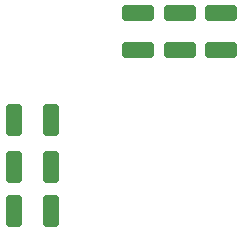
<source format=gbr>
%TF.GenerationSoftware,KiCad,Pcbnew,9.0.0*%
%TF.CreationDate,2025-04-28T14:03:09-07:00*%
%TF.ProjectId,ControlBoard,436f6e74-726f-46c4-926f-6172642e6b69,rev?*%
%TF.SameCoordinates,Original*%
%TF.FileFunction,Paste,Bot*%
%TF.FilePolarity,Positive*%
%FSLAX46Y46*%
G04 Gerber Fmt 4.6, Leading zero omitted, Abs format (unit mm)*
G04 Created by KiCad (PCBNEW 9.0.0) date 2025-04-28 14:03:09*
%MOMM*%
%LPD*%
G01*
G04 APERTURE LIST*
G04 Aperture macros list*
%AMRoundRect*
0 Rectangle with rounded corners*
0 $1 Rounding radius*
0 $2 $3 $4 $5 $6 $7 $8 $9 X,Y pos of 4 corners*
0 Add a 4 corners polygon primitive as box body*
4,1,4,$2,$3,$4,$5,$6,$7,$8,$9,$2,$3,0*
0 Add four circle primitives for the rounded corners*
1,1,$1+$1,$2,$3*
1,1,$1+$1,$4,$5*
1,1,$1+$1,$6,$7*
1,1,$1+$1,$8,$9*
0 Add four rect primitives between the rounded corners*
20,1,$1+$1,$2,$3,$4,$5,0*
20,1,$1+$1,$4,$5,$6,$7,0*
20,1,$1+$1,$6,$7,$8,$9,0*
20,1,$1+$1,$8,$9,$2,$3,0*%
G04 Aperture macros list end*
%ADD10RoundRect,0.250000X1.100000X-0.412500X1.100000X0.412500X-1.100000X0.412500X-1.100000X-0.412500X0*%
%ADD11RoundRect,0.250000X0.412500X1.100000X-0.412500X1.100000X-0.412500X-1.100000X0.412500X-1.100000X0*%
G04 APERTURE END LIST*
D10*
%TO.C,C114*%
X107000000Y-57562500D03*
X107000000Y-54437500D03*
%TD*%
D11*
%TO.C,C36*%
X92562500Y-63500000D03*
X89437500Y-63500000D03*
%TD*%
D10*
%TO.C,C112*%
X100000000Y-57562500D03*
X100000000Y-54437500D03*
%TD*%
%TO.C,C113*%
X103500000Y-57562500D03*
X103500000Y-54437500D03*
%TD*%
D11*
%TO.C,C35*%
X92562500Y-71250000D03*
X89437500Y-71250000D03*
%TD*%
%TO.C,C96*%
X92562500Y-67500000D03*
X89437500Y-67500000D03*
%TD*%
M02*

</source>
